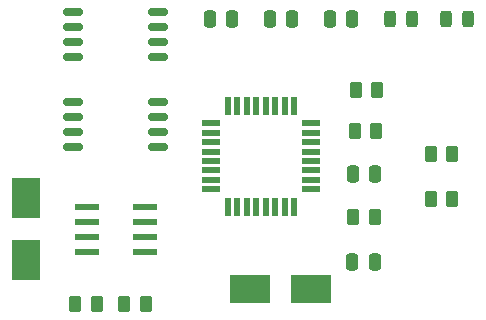
<source format=gbr>
%TF.GenerationSoftware,KiCad,Pcbnew,9.0.1*%
%TF.CreationDate,2025-04-10T12:08:20+02:00*%
%TF.ProjectId,MCU_datalogger,4d43555f-6461-4746-916c-6f676765722e,rev?*%
%TF.SameCoordinates,Original*%
%TF.FileFunction,Paste,Top*%
%TF.FilePolarity,Positive*%
%FSLAX46Y46*%
G04 Gerber Fmt 4.6, Leading zero omitted, Abs format (unit mm)*
G04 Created by KiCad (PCBNEW 9.0.1) date 2025-04-10 12:08:20*
%MOMM*%
%LPD*%
G01*
G04 APERTURE LIST*
G04 Aperture macros list*
%AMRoundRect*
0 Rectangle with rounded corners*
0 $1 Rounding radius*
0 $2 $3 $4 $5 $6 $7 $8 $9 X,Y pos of 4 corners*
0 Add a 4 corners polygon primitive as box body*
4,1,4,$2,$3,$4,$5,$6,$7,$8,$9,$2,$3,0*
0 Add four circle primitives for the rounded corners*
1,1,$1+$1,$2,$3*
1,1,$1+$1,$4,$5*
1,1,$1+$1,$6,$7*
1,1,$1+$1,$8,$9*
0 Add four rect primitives between the rounded corners*
20,1,$1+$1,$2,$3,$4,$5,0*
20,1,$1+$1,$4,$5,$6,$7,0*
20,1,$1+$1,$6,$7,$8,$9,0*
20,1,$1+$1,$8,$9,$2,$3,0*%
G04 Aperture macros list end*
%ADD10RoundRect,0.250000X-0.262500X-0.450000X0.262500X-0.450000X0.262500X0.450000X-0.262500X0.450000X0*%
%ADD11R,1.600000X0.550000*%
%ADD12R,0.550000X1.600000*%
%ADD13RoundRect,0.250000X-0.250000X-0.475000X0.250000X-0.475000X0.250000X0.475000X-0.250000X0.475000X0*%
%ADD14R,2.400000X3.500000*%
%ADD15RoundRect,0.250000X0.262500X0.450000X-0.262500X0.450000X-0.262500X-0.450000X0.262500X-0.450000X0*%
%ADD16RoundRect,0.250000X0.250000X0.475000X-0.250000X0.475000X-0.250000X-0.475000X0.250000X-0.475000X0*%
%ADD17RoundRect,0.162500X-0.650000X-0.162500X0.650000X-0.162500X0.650000X0.162500X-0.650000X0.162500X0*%
%ADD18RoundRect,0.243750X-0.243750X-0.456250X0.243750X-0.456250X0.243750X0.456250X-0.243750X0.456250X0*%
%ADD19R,3.500000X2.400000*%
%ADD20RoundRect,0.073750X-0.911250X-0.221250X0.911250X-0.221250X0.911250X0.221250X-0.911250X0.221250X0*%
G04 APERTURE END LIST*
D10*
%TO.C,R1*%
X136605000Y-109220000D03*
X138430000Y-109220000D03*
%TD*%
D11*
%TO.C,U4*%
X143944311Y-93907244D03*
X143944311Y-94707244D03*
X143944311Y-95507244D03*
X143944311Y-96307244D03*
X143944311Y-97107244D03*
X143944311Y-97907244D03*
X143944311Y-98707244D03*
X143944311Y-99507244D03*
D12*
X145394311Y-100957244D03*
X146194311Y-100957244D03*
X146994311Y-100957244D03*
X147794311Y-100957244D03*
X148594311Y-100957244D03*
X149394311Y-100957244D03*
X150194311Y-100957244D03*
X150994311Y-100957244D03*
D11*
X152444311Y-99507244D03*
X152444311Y-98707244D03*
X152444311Y-97907244D03*
X152444311Y-97107244D03*
X152444311Y-96307244D03*
X152444311Y-95507244D03*
X152444311Y-94707244D03*
X152444311Y-93907244D03*
D12*
X150994311Y-92457244D03*
X150194311Y-92457244D03*
X149394311Y-92457244D03*
X148594311Y-92457244D03*
X147794311Y-92457244D03*
X146994311Y-92457244D03*
X146194311Y-92457244D03*
X145394311Y-92457244D03*
%TD*%
D13*
%TO.C,C1*%
X143830000Y-85090000D03*
X145730000Y-85090000D03*
%TD*%
D14*
%TO.C,Y1*%
X128270000Y-105470000D03*
X128270000Y-100270000D03*
%TD*%
D13*
%TO.C,C2*%
X155899520Y-105681421D03*
X157799520Y-105681421D03*
%TD*%
D15*
%TO.C,R3*%
X157953256Y-94543402D03*
X156128256Y-94543402D03*
%TD*%
D10*
%TO.C,R4*%
X162560000Y-96520000D03*
X164385000Y-96520000D03*
%TD*%
D16*
%TO.C,C4*%
X157865407Y-98211088D03*
X155965407Y-98211088D03*
%TD*%
D15*
%TO.C,R2*%
X157799520Y-101871421D03*
X155974520Y-101871421D03*
%TD*%
D17*
%TO.C,U3*%
X132302500Y-92075000D03*
X132302500Y-93345000D03*
X132302500Y-94615000D03*
X132302500Y-95885000D03*
X139477500Y-95885000D03*
X139477500Y-94615000D03*
X139477500Y-93345000D03*
X139477500Y-92075000D03*
%TD*%
D15*
%TO.C,R5*%
X164385000Y-100330000D03*
X162560000Y-100330000D03*
%TD*%
D13*
%TO.C,C3*%
X148910000Y-85090000D03*
X150810000Y-85090000D03*
%TD*%
D15*
%TO.C,R7*%
X134262500Y-109220000D03*
X132437500Y-109220000D03*
%TD*%
D18*
%TO.C,D1*%
X163874365Y-85111521D03*
X165749365Y-85111521D03*
%TD*%
D19*
%TO.C,Y2*%
X147260000Y-107950000D03*
X152460000Y-107950000D03*
%TD*%
D15*
%TO.C,R6*%
X158038807Y-91088604D03*
X156213807Y-91088604D03*
%TD*%
D20*
%TO.C,U1*%
X133415000Y-100965000D03*
X133415000Y-102235000D03*
X133415000Y-103505000D03*
X133415000Y-104775000D03*
X138365000Y-104775000D03*
X138365000Y-103505000D03*
X138365000Y-102235000D03*
X138365000Y-100965000D03*
%TD*%
D16*
%TO.C,C5*%
X155890000Y-85090000D03*
X153990000Y-85090000D03*
%TD*%
D17*
%TO.C,U2*%
X132302500Y-84455000D03*
X132302500Y-85725000D03*
X132302500Y-86995000D03*
X132302500Y-88265000D03*
X139477500Y-88265000D03*
X139477500Y-86995000D03*
X139477500Y-85725000D03*
X139477500Y-84455000D03*
%TD*%
D18*
%TO.C,D2*%
X159082500Y-85090000D03*
X160957500Y-85090000D03*
%TD*%
M02*

</source>
